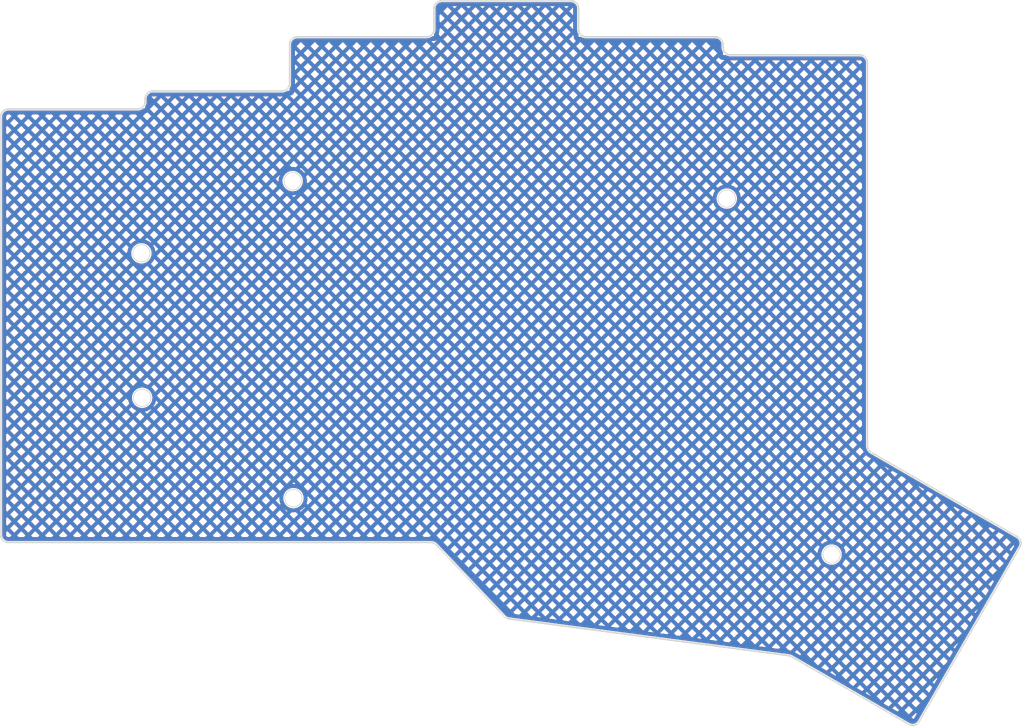
<source format=kicad_pcb>
(kicad_pcb (version 20211014) (generator pcbnew)
  (layers (0 "F.Cu" signal) (31 "B.Cu" signal) (34 "B.Paste" user) (35 "F.Paste" user) (36 "B.SilkS" user "B.Silkscreen") (37 "F.SilkS" user "F.Silkscreen") (38 "B.Mask" user) (39 "F.Mask" user) (44 "Edge.Cuts" user))
  (net 0 "")
  (footprint "kbd:M2_Hole_Edge_Cut" (layer "F.Cu") (at 128.721463 40.374367)
    (fp_text reference "H8")
    (fp_text value "MountingHole")
    (fp_circle (center 0 0) (end 1.15 0) (layer "Edge.Cuts") (width 0.1) (fill none))
  )
  (footprint "kbd:M2_Hole_Edge_Cut" (layer "F.Cu") (at 71.621463 38.074367)
    (fp_text reference "H4")
    (fp_text value "MountingHole")
    (fp_circle (center 0 0) (end 1.15 0) (layer "Edge.Cuts") (width 0.1) (fill none))
  )
  (footprint "kbd:M2_Hole_Edge_Cut" (layer "F.Cu") (at 51.721463 47.574367)
    (fp_text reference "H3")
    (fp_text value "MountingHole")
    (fp_circle (center 0 0) (end 1.15 0) (layer "Edge.Cuts") (width 0.1) (fill none))
  )
  (footprint "kbd:M2_Hole_Edge_Cut" (layer "F.Cu") (at 71.721463 79.774367)
    (fp_text reference "H5")
    (fp_text value "MountingHole")
    (fp_circle (center 0 0) (end 1.15 0) (layer "Edge.Cuts") (width 0.1) (fill none))
  )
  (footprint "kbd:M2_Hole_Edge_Cut" (layer "F.Cu") (at 51.821463 66.574367)
    (fp_text reference "H2")
    (fp_text value "MountingHole")
    (fp_circle (center 0 0) (end 1.15 0) (layer "Edge.Cuts") (width 0.1) (fill none))
  )
  (footprint "kbd:M2_Hole_Edge_Cut" (layer "F.Cu") (at 142.507505 87.19918)
    (fp_text reference "H9")
    (fp_text value "MountingHole")
    (fp_circle (center 0 0) (end 1.15 0) (layer "Edge.Cuts") (width 0.1) (fill none))
  )
  (gr_arc (start 89.796623 85.599367) (mid 90.187009 85.679623) (end 90.514076 85.907372) (layer "Edge.Cuts") (width 0.2))
  (gr_arc (start 166.912511 84.834934) (mid 167.378437 85.442141) (end 167.278537 86.20096) (layer "Edge.Cuts") (width 0.2))
  (gr_arc (start 90.221463 18.099368) (mid 89.92857 18.806475) (end 89.221463 19.099368) (layer "Edge.Cuts") (width 0.2))
  (gr_line (start 33.221463 84.609762) (end 33.221464 41.849368) (layer "Edge.Cuts") (width 0.2))
  (gr_line (start 89.796623 85.599367) (end 34.211068 85.599367) (layer "Edge.Cuts") (width 0.2))
  (gr_line (start 99.480311 95.345258) (end 90.514076 85.907372) (layer "Edge.Cuts") (width 0.2))
  (gr_line (start 147.721463 73.754978) (end 166.912511 84.834934) (layer "Edge.Cuts") (width 0.2))
  (gr_line (start 147.221463 22.474368) (end 147.221463 72.888952) (layer "Edge.Cuts") (width 0.2))
  (gr_arc (start 52.221466 27.599371) (mid 51.928571 28.306477) (end 51.221463 28.599368) (layer "Edge.Cuts") (width 0.2))
  (gr_arc (start 71.221463 25.224368) (mid 70.92857 25.931475) (end 70.221463 26.224368) (layer "Edge.Cuts") (width 0.2))
  (gr_line (start 71.221463 25.224368) (end 71.221463 20.099368) (layer "Edge.Cuts") (width 0.2))
  (gr_arc (start 146.221463 21.474368) (mid 146.92857 21.767261) (end 147.221463 22.474368) (layer "Edge.Cuts") (width 0.2))
  (gr_arc (start 108.221463 14.349368) (mid 108.92857 14.642261) (end 109.221463 15.349368) (layer "Edge.Cuts") (width 0.2))
  (gr_line (start 110.221463 19.099367) (end 127.221463 19.099367) (layer "Edge.Cuts") (width 0.2))
  (gr_line (start 152.662511 109.516658) (end 137.244527 100.615081) (layer "Edge.Cuts") (width 0.2))
  (gr_arc (start 110.221462 19.099368) (mid 109.514356 18.806474) (end 109.221463 18.099367) (layer "Edge.Cuts") (width 0.2))
  (gr_arc (start 34.211068 85.599367) (mid 33.511312 85.309518) (end 33.221463 84.609762) (layer "Edge.Cuts") (width 0.2))
  (gr_arc (start 52.221463 27.224368) (mid 52.514356 26.517261) (end 53.221463 26.224368) (layer "Edge.Cuts") (width 0.2))
  (gr_line (start 53.221463 26.224368) (end 70.221463 26.224368) (layer "Edge.Cuts") (width 0.2))
  (gr_line (start 52.221463 27.599368) (end 52.221463 27.224367) (layer "Edge.Cuts") (width 0.2))
  (gr_arc (start 129.221463 21.474367) (mid 128.514356 21.181474) (end 128.221463 20.474367) (layer "Edge.Cuts") (width 0.2))
  (gr_arc (start 90.221463 15.349368) (mid 90.514356 14.642261) (end 91.221463 14.349368) (layer "Edge.Cuts") (width 0.2))
  (gr_arc (start 127.221463 19.099367) (mid 127.92857 19.39226) (end 128.221463 20.099367) (layer "Edge.Cuts") (width 0.2))
  (gr_arc (start 100.068595 95.644797) (mid 99.748739 95.545528) (end 99.480311 95.345258) (layer "Edge.Cuts") (width 0.2))
  (gr_line (start 136.878894 100.490965) (end 100.068595 95.644797) (layer "Edge.Cuts") (width 0.2))
  (gr_line (start 109.221463 15.349368) (end 109.221463 18.099367) (layer "Edge.Cuts") (width 0.2))
  (gr_line (start 128.221463 20.099367) (end 128.221463 20.474367) (layer "Edge.Cuts") (width 0.2))
  (gr_arc (start 33.221464 29.599368) (mid 33.514357 28.892261) (end 34.221464 28.599368) (layer "Edge.Cuts") (width 0.2))
  (gr_line (start 129.221463 21.474367) (end 146.221463 21.474368) (layer "Edge.Cuts") (width 0.2))
  (gr_line (start 167.278537 86.20096) (end 154.028537 109.150633) (layer "Edge.Cuts") (width 0.2))
  (gr_arc (start 136.878894 100.490965) (mid 137.067823 100.535017) (end 137.244527 100.615081) (layer "Edge.Cuts") (width 0.2))
  (gr_arc (start 147.721463 73.754977) (mid 147.355438 73.388952) (end 147.221463 72.888952) (layer "Edge.Cuts") (width 0.2))
  (gr_arc (start 71.221462 20.099368) (mid 71.514356 19.392261) (end 72.221463 19.099367) (layer "Edge.Cuts") (width 0.2))
  (gr_line (start 90.221463 18.099368) (end 90.221463 15.349368) (layer "Edge.Cuts") (width 0.2))
  (gr_line (start 91.221463 14.349368) (end 108.221463 14.349368) (layer "Edge.Cuts") (width 0.2))
  (gr_line (start 72.221463 19.099367) (end 89.221463 19.099368) (layer "Edge.Cuts") (width 0.2))
  (gr_line (start 33.221464 41.849368) (end 33.221464 29.599368) (layer "Edge.Cuts") (width 0.2))
  (gr_arc (start 154.028536 109.150633) (mid 153.42133 109.616559) (end 152.662511 109.516658) (layer "Edge.Cuts") (width 0.2))
  (gr_line (start 34.221464 28.599368) (end 51.221463 28.599368) (layer "Edge.Cuts") (width 0.2))
  (zone (net 0) (net_name "") (layers F&B.Cu) (priority 1) (connect_pads (clearance 0.2)) (min_thickness 0.25) (fill yes (mode hatch) (thermal_gap 0.5) (thermal_bridge_width 0.5) (hatch_thickness 0.5) (hatch_gap 0.8) (hatch_orientation 45) (hatch_border_algorithm hatch_thickness) (hatch_min_hole_area 0.3))
    (polygon (pts (xy 109.221463 19.104952) (xy 128.221463 19.104952) (xy 128.221463 21.504952) (xy 147.221463 21.504952) (xy 147.221463 23.804952) (xy 147.721464 73.349367) (xy 167.821463 85.204952) (xy 153.421463 109.904952) (xy 137.021463 100.504952) (xy 99.721463 95.504952) (xy 90.121463 85.504952) (xy 33.221463 85.604952) (xy 33.221463 28.504952) (xy 52.221463 28.504952) (xy 52.221463 26.204952) (xy 71.221463 26.204952) (xy 71.221463 19.004952) (xy 90.221463 19.004952) (xy 90.221463 14.304952) (xy 109.221463 14.304952)))
  )
)
</source>
